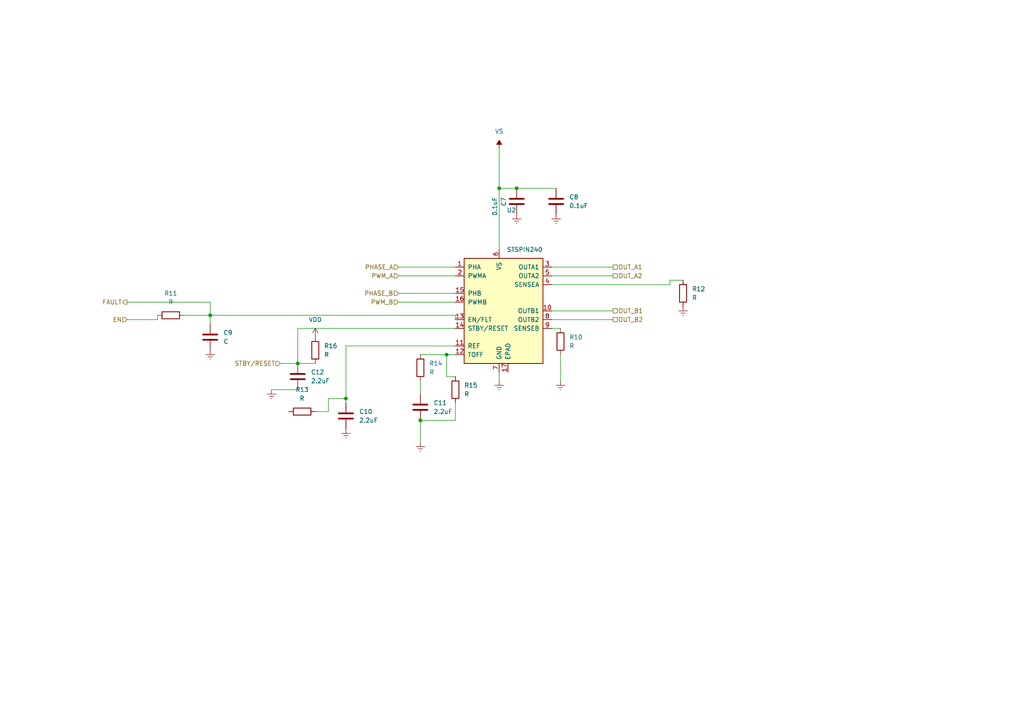
<source format=kicad_sch>
(kicad_sch (version 20230121) (generator eeschema)
  (paper "A4")
  (lib_symbols
    (symbol "Device:C" (pin_numbers hide) (pin_names (offset 0.254))
      (property "Reference" "C" (at 0.635 2.54 0))
      (property "Value" "C" (at 0.635 -2.54 0))
      (symbol "C_0_1"
        (polyline (pts (xy -2.032 -0.762) (xy 2.032 -0.762)) (stroke (width 0.508)))
        (polyline (pts (xy -2.032 0.762) (xy 2.032 0.762)) (stroke (width 0.508)))
      )
      (symbol "C_1_1"
        (pin passive line (at 0 3.81 270) (length 2.794) (name "~") (number "1"))
        (pin passive line (at 0 -3.81 90) (length 2.794) (name "~") (number "2"))
      )
    )
    (symbol "Device:R" (pin_numbers hide) (pin_names (offset 0))
      (property "Reference" "R" (at 2.032 0 90))
      (property "Value" "R" (at 0 0 90))
      (symbol "R_0_1"
        (rectangle (start -1.016 -2.54) (end 1.016 2.54) (stroke (width 0.254)))
      )
      (symbol "R_1_1"
        (pin passive line (at 0 3.81 270) (length 1.27) (name "~") (number "1"))
        (pin passive line (at 0 -3.81 90) (length 1.27) (name "~") (number "2"))
      )
    )
    (symbol "Driver_Motor:STSPIN240" (pin_names (offset 1.016))
      (property "Reference" "U" (at -10.16 16.51 0))
      (property "Value" "STSPIN240" (at 5.08 16.51 0))
      (symbol "STSPIN240_0_1"
        (rectangle (start -10.16 15.24) (end 12.7 -15.24) (stroke (width 0.254)) (fill (type background)))
      )
      (symbol "STSPIN240_1_1"
        (pin input line (at -12.7 12.7 0) (length 2.54) (name "PHA") (number "1"))
        (pin power_out line (at 15.24 0 180) (length 2.54) (name "OUTB1") (number "10"))
        (pin input line (at -12.7 -10.16 0) (length 2.54) (name "REF") (number "11"))
        (pin input line (at -12.7 -12.7 0) (length 2.54) (name "TOFF") (number "12"))
        (pin bidirectional line (at -12.7 -2.54 0) (length 2.54) (name "EN/FLT") (number "13"))
        (pin input line (at -12.7 -5.08 0) (length 2.54) (name "STBY/RESET") (number "14"))
        (pin input line (at -12.7 5.08 0) (length 2.54) (name "PHB") (number "15"))
        (pin input line (at -12.7 2.54 0) (length 2.54) (name "PWMB") (number "16"))
        (pin power_in line (at 2.54 -17.78 90) (length 2.54) (name "EPAD") (number "17"))
        (pin input line (at -12.7 10.16 0) (length 2.54) (name "PWMA") (number "2"))
        (pin power_out line (at 15.24 12.7 180) (length 2.54) (name "OUTA1") (number "3"))
        (pin power_out line (at 15.24 7.62 180) (length 2.54) (name "SENSEA") (number "4"))
        (pin power_out line (at 15.24 10.16 180) (length 2.54) (name "OUTA2") (number "5"))
        (pin power_in line (at 0 17.78 270) (length 2.54) (name "VS") (number "6"))
        (pin power_in line (at 0 -17.78 90) (length 2.54) (name "GND") (number "7"))
        (pin power_out line (at 15.24 -2.54 180) (length 2.54) (name "OUTB2") (number "8"))
        (pin power_out line (at 15.24 -5.08 180) (length 2.54) (name "SENSEB") (number "9"))
      )
    )
    (symbol "power:Earth" (power) (pin_names (offset 0))
      (symbol "Earth_0_1"
        (polyline (pts (xy -0.635 -1.905) (xy 0.635 -1.905)))
        (polyline (pts (xy -0.127 -2.54) (xy 0.127 -2.54)))
        (polyline (pts (xy 0 -1.27) (xy 0 0)))
        (polyline (pts (xy 1.27 -1.27) (xy -1.27 -1.27)))
      )
      (symbol "Earth_1_1"
        (pin power_in line (at 0 0 270) (length 0) hide (name "Earth") (number "1"))
      )
    )
    (symbol "power:VDD" (power) (pin_names (offset 0))
      (property "Value" "VDD" (at 0 3.81 0))
      (symbol "VDD_0_1"
        (polyline (pts (xy -0.762 1.27) (xy 0 2.54)))
        (polyline (pts (xy 0 0) (xy 0 2.54)))
        (polyline (pts (xy 0 2.54) (xy 0.762 1.27)))
      )
      (symbol "VDD_1_1"
        (pin power_in line (at 0 0 90) (length 0) hide (name "VDD") (number "1"))
      )
    )
    (symbol "power:VS" (power) (pin_names (offset 0))
      (property "Value" "VS" (at 0 3.81 0))
      (symbol "VS_0_1"
        (polyline (pts (xy 0 0) (xy 0 2.54)))
        (polyline (pts (xy 0.762 1.27) (xy -0.762 1.27) (xy 0 2.54) (xy 0.762 1.27)) (fill (type outline)))
      )
      (symbol "VS_1_1"
        (pin power_in line (at 0 0 90) (length 0) hide (name "VS") (number "1"))
      )
    )
  )
  (junction (at 100.33 115.57))
  (junction (at 86.36 105.41))
  (junction (at 129.54 102.87))
  (junction (at 60.96 91.44))
  (junction (at 149.86 54.61))
  (junction (at 144.78 54.61))
  (junction (at 121.92 121.92))
  (wire (pts (xy 160.02 90.17) (xy 177.8 90.17)))
  (wire (pts (xy 144.78 43.18) (xy 144.78 54.61)))
  (wire (pts (xy 60.96 91.44) (xy 60.96 93.98)))
  (wire (pts (xy 60.96 87.63) (xy 60.96 91.44)))
  (wire (pts (xy 53.34 91.44) (xy 60.96 91.44)))
  (wire (pts (xy 132.08 116.84) (xy 132.08 121.92)))
  (wire (pts (xy 36.83 92.71) (xy 45.72 92.71)))
  (wire (pts (xy 194.31 82.55) (xy 194.31 81.28)))
  (wire (pts (xy 86.36 105.41) (xy 86.36 95.25)))
  (wire (pts (xy 160.02 95.25) (xy 162.56 95.25)))
  (wire (pts (xy 121.92 110.49) (xy 121.92 114.3)))
  (wire (pts (xy 115.57 87.63) (xy 132.08 87.63)))
  (wire (pts (xy 149.86 54.61) (xy 161.29 54.61)))
  (wire (pts (xy 91.44 119.38) (xy 95.25 119.38)))
  (wire (pts (xy 95.25 119.38) (xy 95.25 115.57)))
  (wire (pts (xy 115.57 80.01) (xy 132.08 80.01)))
  (wire (pts (xy 100.33 100.33) (xy 100.33 115.57)))
  (wire (pts (xy 60.96 91.44) (xy 132.08 91.44)))
  (wire (pts (xy 86.36 95.25) (xy 132.08 95.25)))
  (wire (pts (xy 144.78 54.61) (xy 149.86 54.61)))
  (wire (pts (xy 160.02 77.47) (xy 177.8 77.47)))
  (wire (pts (xy 160.02 92.71) (xy 177.8 92.71)))
  (wire (pts (xy 194.31 81.28) (xy 198.12 81.28)))
  (wire (pts (xy 115.57 85.09) (xy 132.08 85.09)))
  (wire (pts (xy 36.83 87.63) (xy 60.96 87.63)))
  (wire (pts (xy 115.57 77.47) (xy 132.08 77.47)))
  (wire (pts (xy 132.08 121.92) (xy 121.92 121.92)))
  (wire (pts (xy 144.78 54.61) (xy 144.78 72.39)))
  (wire (pts (xy 144.78 107.95) (xy 144.78 110.49)))
  (wire (pts (xy 129.54 102.87) (xy 132.08 102.87)))
  (wire (pts (xy 45.72 92.71) (xy 45.72 91.44)))
  (wire (pts (xy 129.54 109.22) (xy 129.54 102.87)))
  (wire (pts (xy 194.31 82.55) (xy 160.02 82.55)))
  (wire (pts (xy 132.08 91.44) (xy 132.08 92.71)))
  (wire (pts (xy 121.92 102.87) (xy 129.54 102.87)))
  (wire (pts (xy 78.74 113.03) (xy 86.36 113.03)))
  (wire (pts (xy 81.28 105.41) (xy 86.36 105.41)))
  (wire (pts (xy 100.33 115.57) (xy 100.33 116.84)))
  (wire (pts (xy 162.56 110.49) (xy 162.56 102.87)))
  (wire (pts (xy 160.02 80.01) (xy 177.8 80.01)))
  (wire (pts (xy 121.92 121.92) (xy 121.92 128.27)))
  (wire (pts (xy 86.36 105.41) (xy 91.44 105.41)))
  (wire (pts (xy 95.25 115.57) (xy 100.33 115.57)))
  (wire (pts (xy 132.08 109.22) (xy 129.54 109.22)))
  (wire (pts (xy 132.08 100.33) (xy 100.33 100.33)))
  (hierarchical_label "PHASE_A" (shape input) (at 115.57 77.47 180))
  (hierarchical_label "OUT_A2" (shape passive) (at 177.8 80.01 0))
  (hierarchical_label "PWM_A" (shape input) (at 115.57 80.01 180))
  (hierarchical_label "FAULT" (shape output) (at 36.83 87.63 180))
  (hierarchical_label "PHASE_B" (shape input) (at 115.57 85.09 180))
  (hierarchical_label "PWM_B" (shape input) (at 115.57 87.63 180))
  (hierarchical_label "OUT_B2" (shape passive) (at 177.8 92.71 0))
  (hierarchical_label "OUT_A1" (shape passive) (at 177.8 77.47 0))
  (hierarchical_label "OUT_B1" (shape passive) (at 177.8 90.17 0))
  (hierarchical_label "STBY{slash}RESET" (shape input) (at 81.28 105.41 180))
  (hierarchical_label "EN" (shape input) (at 36.83 92.71 180))
  (symbol (lib_id "Device:C") (at 121.92 118.11 180) (unit 1)
    (property "Reference" "C11" (at 125.73 116.84 0) (effects (justify right)))
    (property "Value" "2.2uF" (at 125.73 119.38 0) (effects (justify right)))
  )
  (symbol (lib_id "Device:R") (at 162.56 99.06 0) (unit 1)
    (property "Reference" "R10" (at 165.1 97.79 0) (effects (justify left)))
    (property "Value" "R" (at 165.1 100.33 0) (effects (justify left)))
  )
  (symbol (lib_id "power:Earth") (at 198.12 88.9 0) (unit 1)
    (property "Reference" "#PWR09" (effects hide))
    (property "Value" "Earth" (effects hide))
  )
  (symbol (lib_id "Device:C") (at 86.36 109.22 0) (unit 1)
    (property "Reference" "C12" (at 90.17 107.95 0) (effects (justify left)))
    (property "Value" "2.2uF" (at 90.17 110.49 0) (effects (justify left)))
  )
  (symbol (lib_id "Device:R") (at 49.53 91.44 90) (unit 1)
    (property "Reference" "R11" (at 49.53 85.09 90))
    (property "Value" "R" (at 49.53 87.63 90))
  )
  (symbol (lib_id "Device:R") (at 91.44 101.6 0) (unit 1)
    (property "Reference" "R16" (at 93.98 100.33 0) (effects (justify left)))
    (property "Value" "R" (at 93.98 102.87 0) (effects (justify left)))
  )
  (symbol (lib_id "Device:R") (at 198.12 85.09 0) (unit 1)
    (property "Reference" "R12" (at 200.66 83.82 0) (effects (justify left)))
    (property "Value" "R" (at 200.66 86.36 0) (effects (justify left)))
  )
  (symbol (lib_id "power:Earth") (at 144.78 110.49 0) (unit 1)
    (property "Reference" "#PWR011" (effects hide))
    (property "Value" "Earth" (effects hide))
  )
  (symbol (lib_id "Device:C") (at 149.86 58.42 180) (unit 1)
    (property "Reference" "C7" (at 146.05 57.15 90) (effects (justify left)))
    (property "Value" "0.1uF" (at 143.51 57.15 90) (effects (justify left)))
  )
  (symbol (lib_id "power:Earth") (at 149.86 62.23 0) (unit 1)
    (property "Reference" "#PWR014" (effects hide))
    (property "Value" "Earth" (effects hide))
  )
  (symbol (lib_id "Device:R") (at 87.63 119.38 90) (unit 1)
    (property "Reference" "R13" (at 87.63 113.03 90))
    (property "Value" "R" (at 87.63 115.57 90))
  )
  (symbol (lib_id "Device:C") (at 100.33 120.65 0) (unit 1)
    (property "Reference" "C10" (at 104.14 119.38 0) (effects (justify left)))
    (property "Value" "2.2uF" (at 104.14 121.92 0) (effects (justify left)))
  )
  (symbol (lib_id "power:VS") (at 144.78 43.18 0) (unit 1)
    (property "Reference" "#PWR017" (effects hide))
    (property "Value" "VS" (at 144.78 38.1 0))
  )
  (symbol (lib_id "power:Earth") (at 161.29 62.23 0) (unit 1)
    (property "Reference" "#PWR015" (effects hide))
    (property "Value" "Earth" (effects hide))
  )
  (symbol (lib_id "power:Earth") (at 162.56 110.49 0) (unit 1)
    (property "Reference" "#PWR08" (effects hide))
    (property "Value" "Earth" (effects hide))
  )
  (symbol (lib_id "Device:C") (at 161.29 58.42 180) (unit 1)
    (property "Reference" "C8" (at 165.1 57.15 0) (effects (justify right)))
    (property "Value" "0.1uF" (at 165.1 59.69 0) (effects (justify right)))
  )
  (symbol (lib_id "power:VDD") (at 91.44 97.79 0) (unit 1)
    (property "Reference" "#PWR012" (effects hide))
    (property "Value" "VDD" (at 91.44 92.71 0))
  )
  (symbol (lib_id "power:Earth") (at 78.74 113.03 0) (unit 1)
    (property "Reference" "#PWR016" (effects hide))
    (property "Value" "Earth" (effects hide))
  )
  (symbol (lib_id "Device:R") (at 132.08 113.03 0) (unit 1)
    (property "Reference" "R15" (at 134.62 111.76 0) (effects (justify left)))
    (property "Value" "R" (at 134.62 114.3 0) (effects (justify left)))
  )
  (symbol (lib_id "Device:R") (at 121.92 106.68 0) (unit 1)
    (property "Reference" "R14" (at 124.46 105.41 0) (effects (justify left)))
    (property "Value" "R" (at 124.46 107.95 0) (effects (justify left)))
  )
  (symbol (lib_id "Device:C") (at 60.96 97.79 0) (unit 1)
    (property "Reference" "C9" (at 64.77 96.52 0) (effects (justify left)))
    (property "Value" "C" (at 64.77 99.06 0) (effects (justify left)))
  )
  (symbol (lib_id "power:Earth") (at 100.33 124.46 0) (unit 1)
    (property "Reference" "#PWR018" (effects hide))
    (property "Value" "Earth" (effects hide))
  )
  (symbol (lib_id "power:Earth") (at 60.96 101.6 0) (unit 1)
    (property "Reference" "#PWR013" (effects hide))
    (property "Value" "Earth" (effects hide))
  )
  (symbol (lib_id "power:Earth") (at 121.92 128.27 0) (unit 1)
    (property "Reference" "#PWR010" (effects hide))
    (property "Value" "Earth" (effects hide))
  )
  (symbol (lib_id "Driver_Motor:STSPIN240") (at 144.78 90.17 0) (unit 1)
    (property "Reference" "U2" (at 146.9741 60.96 0) (effects (justify left)))
    (property "Value" "STSPIN240" (at 146.9741 72.39 0) (effects (justify left)))
    (property "Footprint" "Package_DFN_QFN:VQFN-16-1EP_3x3mm_P0.5mm_EP1.8x1.8mm" (effects hide))
    (property "Datasheet" "www.st.com/resource/en/datasheet/stspin240.pdf" (effects hide))
  )
)
</source>
